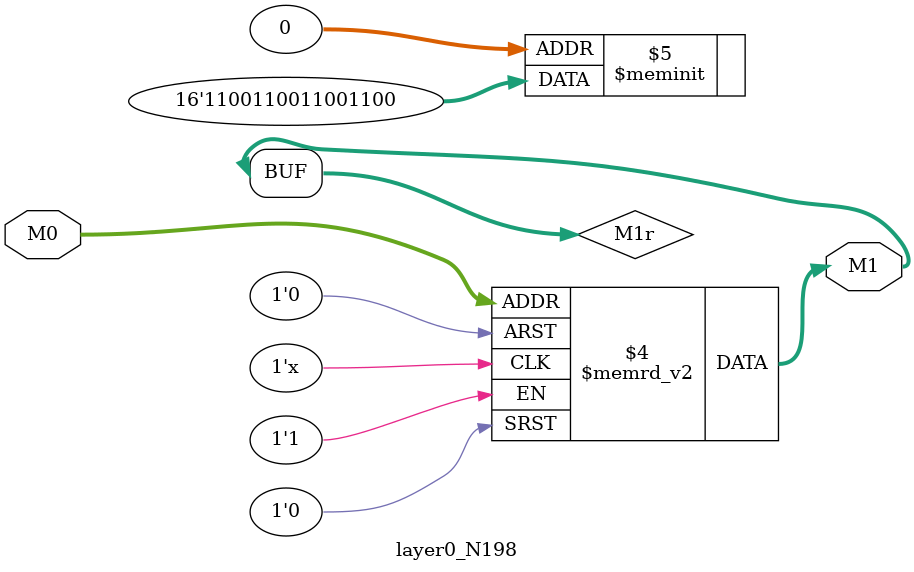
<source format=v>
module layer0_N198 ( input [2:0] M0, output [1:0] M1 );

	(*rom_style = "distributed" *) reg [1:0] M1r;
	assign M1 = M1r;
	always @ (M0) begin
		case (M0)
			3'b000: M1r = 2'b00;
			3'b100: M1r = 2'b00;
			3'b010: M1r = 2'b00;
			3'b110: M1r = 2'b00;
			3'b001: M1r = 2'b11;
			3'b101: M1r = 2'b11;
			3'b011: M1r = 2'b11;
			3'b111: M1r = 2'b11;

		endcase
	end
endmodule

</source>
